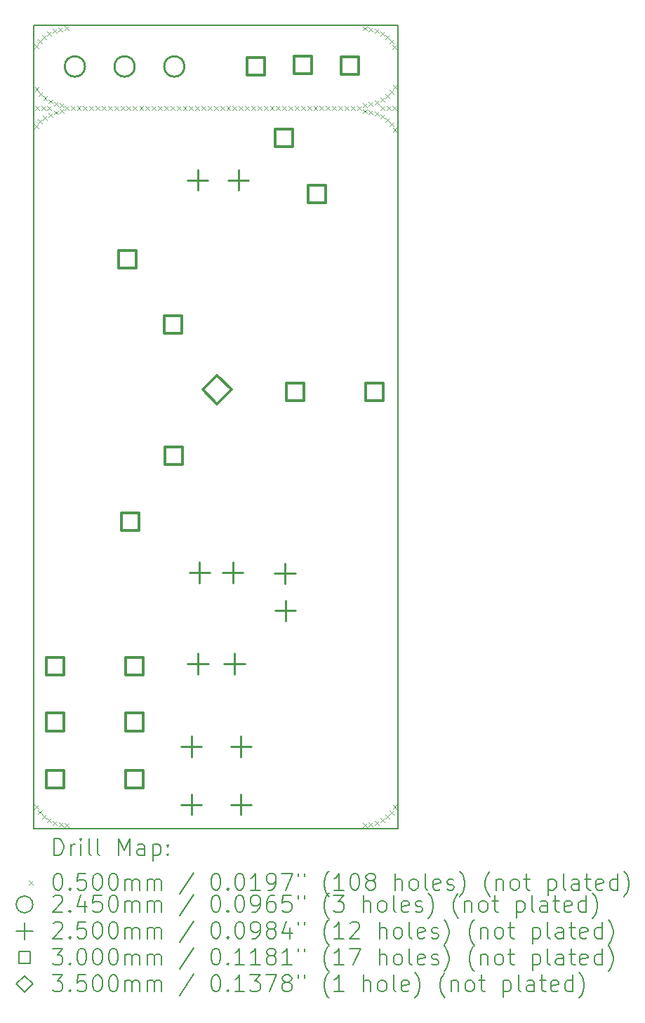
<source format=gbr>
%FSLAX45Y45*%
G04 Gerber Fmt 4.5, Leading zero omitted, Abs format (unit mm)*
G04 Created by KiCad (PCBNEW (6.0.4-0)) date 2022-07-20 07:57:26*
%MOMM*%
%LPD*%
G01*
G04 APERTURE LIST*
%TA.AperFunction,Profile*%
%ADD10C,0.150000*%
%TD*%
%ADD11C,0.200000*%
%ADD12C,0.050000*%
%ADD13C,0.245000*%
%ADD14C,0.250000*%
%ADD15C,0.300000*%
%ADD16C,0.350000*%
G04 APERTURE END LIST*
D10*
X10000000Y-5700000D02*
X14400000Y-5700000D01*
X14400000Y-5700000D02*
X14400000Y-15400000D01*
X14400000Y-15400000D02*
X10000000Y-15400000D01*
X10000000Y-15400000D02*
X10000000Y-5700000D01*
D11*
D12*
X10013000Y-5935000D02*
X10063000Y-5985000D01*
X10063000Y-5935000D02*
X10013000Y-5985000D01*
X10015000Y-6898000D02*
X10065000Y-6948000D01*
X10065000Y-6898000D02*
X10015000Y-6948000D01*
X10016000Y-15111000D02*
X10066000Y-15161000D01*
X10066000Y-15111000D02*
X10016000Y-15161000D01*
X10017000Y-6448000D02*
X10067000Y-6498000D01*
X10067000Y-6448000D02*
X10017000Y-6498000D01*
X10020000Y-6675000D02*
X10070000Y-6725000D01*
X10070000Y-6675000D02*
X10020000Y-6725000D01*
X10054000Y-5873000D02*
X10104000Y-5923000D01*
X10104000Y-5873000D02*
X10054000Y-5923000D01*
X10056000Y-6836000D02*
X10106000Y-6886000D01*
X10106000Y-6836000D02*
X10056000Y-6886000D01*
X10057000Y-15173000D02*
X10107000Y-15223000D01*
X10107000Y-15173000D02*
X10057000Y-15223000D01*
X10063000Y-6505000D02*
X10113000Y-6555000D01*
X10113000Y-6505000D02*
X10063000Y-6555000D01*
X10094000Y-6675000D02*
X10144000Y-6725000D01*
X10144000Y-6675000D02*
X10094000Y-6725000D01*
X10105000Y-5821000D02*
X10155000Y-5871000D01*
X10155000Y-5821000D02*
X10105000Y-5871000D01*
X10108000Y-15225000D02*
X10158000Y-15275000D01*
X10158000Y-15225000D02*
X10108000Y-15275000D01*
X10115000Y-6792000D02*
X10165000Y-6842000D01*
X10165000Y-6792000D02*
X10115000Y-6842000D01*
X10118000Y-6556000D02*
X10168000Y-6606000D01*
X10168000Y-6556000D02*
X10118000Y-6606000D01*
X10163000Y-5776000D02*
X10213000Y-5826000D01*
X10213000Y-5776000D02*
X10163000Y-5826000D01*
X10166000Y-15270000D02*
X10216000Y-15320000D01*
X10216000Y-15270000D02*
X10166000Y-15320000D01*
X10167000Y-6675000D02*
X10217000Y-6725000D01*
X10217000Y-6675000D02*
X10167000Y-6725000D01*
X10179000Y-6758000D02*
X10229000Y-6808000D01*
X10229000Y-6758000D02*
X10179000Y-6808000D01*
X10180000Y-6596000D02*
X10230000Y-6646000D01*
X10230000Y-6596000D02*
X10180000Y-6646000D01*
X10231000Y-5745000D02*
X10281000Y-5795000D01*
X10281000Y-5745000D02*
X10231000Y-5795000D01*
X10234000Y-15301000D02*
X10284000Y-15351000D01*
X10284000Y-15301000D02*
X10234000Y-15351000D01*
X10247000Y-6623000D02*
X10297000Y-6673000D01*
X10297000Y-6623000D02*
X10247000Y-6673000D01*
X10247000Y-6732000D02*
X10297000Y-6782000D01*
X10297000Y-6732000D02*
X10247000Y-6782000D01*
X10303000Y-5728000D02*
X10353000Y-5778000D01*
X10353000Y-5728000D02*
X10303000Y-5778000D01*
X10306000Y-15318000D02*
X10356000Y-15368000D01*
X10356000Y-15318000D02*
X10306000Y-15368000D01*
X10316000Y-6714000D02*
X10366000Y-6764000D01*
X10366000Y-6714000D02*
X10316000Y-6764000D01*
X10317000Y-6640000D02*
X10367000Y-6690000D01*
X10367000Y-6640000D02*
X10317000Y-6690000D01*
X10375000Y-5714000D02*
X10425000Y-5764000D01*
X10425000Y-5714000D02*
X10375000Y-5764000D01*
X10377000Y-6677000D02*
X10427000Y-6727000D01*
X10427000Y-6677000D02*
X10377000Y-6727000D01*
X10378000Y-15332000D02*
X10428000Y-15382000D01*
X10428000Y-15332000D02*
X10378000Y-15382000D01*
X10450000Y-6676000D02*
X10500000Y-6726000D01*
X10500000Y-6676000D02*
X10450000Y-6726000D01*
X10525000Y-6676000D02*
X10575000Y-6726000D01*
X10575000Y-6676000D02*
X10525000Y-6726000D01*
X10600000Y-6676000D02*
X10650000Y-6726000D01*
X10650000Y-6676000D02*
X10600000Y-6726000D01*
X10675000Y-6675000D02*
X10725000Y-6725000D01*
X10725000Y-6675000D02*
X10675000Y-6725000D01*
X10750000Y-6675000D02*
X10800000Y-6725000D01*
X10800000Y-6675000D02*
X10750000Y-6725000D01*
X10825000Y-6675000D02*
X10875000Y-6725000D01*
X10875000Y-6675000D02*
X10825000Y-6725000D01*
X10900000Y-6675000D02*
X10950000Y-6725000D01*
X10950000Y-6675000D02*
X10900000Y-6725000D01*
X10975000Y-6676000D02*
X11025000Y-6726000D01*
X11025000Y-6676000D02*
X10975000Y-6726000D01*
X11050000Y-6676000D02*
X11100000Y-6726000D01*
X11100000Y-6676000D02*
X11050000Y-6726000D01*
X11125000Y-6676000D02*
X11175000Y-6726000D01*
X11175000Y-6676000D02*
X11125000Y-6726000D01*
X11200000Y-6676000D02*
X11250000Y-6726000D01*
X11250000Y-6676000D02*
X11200000Y-6726000D01*
X11278000Y-6678000D02*
X11328000Y-6728000D01*
X11328000Y-6678000D02*
X11278000Y-6728000D01*
X11353000Y-6678000D02*
X11403000Y-6728000D01*
X11403000Y-6678000D02*
X11353000Y-6728000D01*
X11428000Y-6678000D02*
X11478000Y-6728000D01*
X11478000Y-6678000D02*
X11428000Y-6728000D01*
X11503000Y-6678000D02*
X11553000Y-6728000D01*
X11553000Y-6678000D02*
X11503000Y-6728000D01*
X11578000Y-6679000D02*
X11628000Y-6729000D01*
X11628000Y-6679000D02*
X11578000Y-6729000D01*
X11653000Y-6679000D02*
X11703000Y-6729000D01*
X11703000Y-6679000D02*
X11653000Y-6729000D01*
X11728000Y-6679000D02*
X11778000Y-6729000D01*
X11778000Y-6679000D02*
X11728000Y-6729000D01*
X11803000Y-6679000D02*
X11853000Y-6729000D01*
X11853000Y-6679000D02*
X11803000Y-6729000D01*
X11878000Y-6678000D02*
X11928000Y-6728000D01*
X11928000Y-6678000D02*
X11878000Y-6728000D01*
X11953000Y-6678000D02*
X12003000Y-6728000D01*
X12003000Y-6678000D02*
X11953000Y-6728000D01*
X12028000Y-6678000D02*
X12078000Y-6728000D01*
X12078000Y-6678000D02*
X12028000Y-6728000D01*
X12103000Y-6678000D02*
X12153000Y-6728000D01*
X12153000Y-6678000D02*
X12103000Y-6728000D01*
X12178000Y-6679000D02*
X12228000Y-6729000D01*
X12228000Y-6679000D02*
X12178000Y-6729000D01*
X12253000Y-6679000D02*
X12303000Y-6729000D01*
X12303000Y-6679000D02*
X12253000Y-6729000D01*
X12328000Y-6679000D02*
X12378000Y-6729000D01*
X12378000Y-6679000D02*
X12328000Y-6729000D01*
X12403000Y-6679000D02*
X12453000Y-6729000D01*
X12453000Y-6679000D02*
X12403000Y-6729000D01*
X12478000Y-6677000D02*
X12528000Y-6727000D01*
X12528000Y-6677000D02*
X12478000Y-6727000D01*
X12553000Y-6677000D02*
X12603000Y-6727000D01*
X12603000Y-6677000D02*
X12553000Y-6727000D01*
X12628000Y-6677000D02*
X12678000Y-6727000D01*
X12678000Y-6677000D02*
X12628000Y-6727000D01*
X12703000Y-6677000D02*
X12753000Y-6727000D01*
X12753000Y-6677000D02*
X12703000Y-6727000D01*
X12778000Y-6678000D02*
X12828000Y-6728000D01*
X12828000Y-6678000D02*
X12778000Y-6728000D01*
X12853000Y-6678000D02*
X12903000Y-6728000D01*
X12903000Y-6678000D02*
X12853000Y-6728000D01*
X12928000Y-6678000D02*
X12978000Y-6728000D01*
X12978000Y-6678000D02*
X12928000Y-6728000D01*
X13003000Y-6678000D02*
X13053000Y-6728000D01*
X13053000Y-6678000D02*
X13003000Y-6728000D01*
X13078000Y-6677000D02*
X13128000Y-6727000D01*
X13128000Y-6677000D02*
X13078000Y-6727000D01*
X13153000Y-6677000D02*
X13203000Y-6727000D01*
X13203000Y-6677000D02*
X13153000Y-6727000D01*
X13228000Y-6677000D02*
X13278000Y-6727000D01*
X13278000Y-6677000D02*
X13228000Y-6727000D01*
X13303000Y-6677000D02*
X13353000Y-6727000D01*
X13353000Y-6677000D02*
X13303000Y-6727000D01*
X13378000Y-6678000D02*
X13428000Y-6728000D01*
X13428000Y-6678000D02*
X13378000Y-6728000D01*
X13453000Y-6678000D02*
X13503000Y-6728000D01*
X13503000Y-6678000D02*
X13453000Y-6728000D01*
X13528000Y-6678000D02*
X13578000Y-6728000D01*
X13578000Y-6678000D02*
X13528000Y-6728000D01*
X13603000Y-6678000D02*
X13653000Y-6728000D01*
X13653000Y-6678000D02*
X13603000Y-6728000D01*
X13681000Y-6680000D02*
X13731000Y-6730000D01*
X13731000Y-6680000D02*
X13681000Y-6730000D01*
X13756000Y-6680000D02*
X13806000Y-6730000D01*
X13806000Y-6680000D02*
X13756000Y-6730000D01*
X13831000Y-6680000D02*
X13881000Y-6730000D01*
X13881000Y-6680000D02*
X13831000Y-6730000D01*
X13906000Y-6680000D02*
X13956000Y-6730000D01*
X13956000Y-6680000D02*
X13906000Y-6730000D01*
X13972000Y-5716000D02*
X14022000Y-5766000D01*
X14022000Y-5716000D02*
X13972000Y-5766000D01*
X13973000Y-6715000D02*
X14023000Y-6765000D01*
X14023000Y-6715000D02*
X13973000Y-6765000D01*
X13973000Y-15333000D02*
X14023000Y-15383000D01*
X14023000Y-15333000D02*
X13973000Y-15383000D01*
X13974000Y-6640000D02*
X14024000Y-6690000D01*
X14024000Y-6640000D02*
X13974000Y-6690000D01*
X14044000Y-5730000D02*
X14094000Y-5780000D01*
X14094000Y-5730000D02*
X14044000Y-5780000D01*
X14045000Y-6729000D02*
X14095000Y-6779000D01*
X14095000Y-6729000D02*
X14045000Y-6779000D01*
X14045000Y-15319000D02*
X14095000Y-15369000D01*
X14095000Y-15319000D02*
X14045000Y-15369000D01*
X14046000Y-6626000D02*
X14096000Y-6676000D01*
X14096000Y-6626000D02*
X14046000Y-6676000D01*
X14116000Y-5747000D02*
X14166000Y-5797000D01*
X14166000Y-5747000D02*
X14116000Y-5797000D01*
X14117000Y-6746000D02*
X14167000Y-6796000D01*
X14167000Y-6746000D02*
X14117000Y-6796000D01*
X14117000Y-15302000D02*
X14167000Y-15352000D01*
X14167000Y-15302000D02*
X14117000Y-15352000D01*
X14118000Y-6609000D02*
X14168000Y-6659000D01*
X14168000Y-6609000D02*
X14118000Y-6659000D01*
X14184000Y-5778000D02*
X14234000Y-5828000D01*
X14234000Y-5778000D02*
X14184000Y-5828000D01*
X14185000Y-6777000D02*
X14235000Y-6827000D01*
X14235000Y-6777000D02*
X14185000Y-6827000D01*
X14185000Y-15271000D02*
X14235000Y-15321000D01*
X14235000Y-15271000D02*
X14185000Y-15321000D01*
X14186000Y-6578000D02*
X14236000Y-6628000D01*
X14236000Y-6578000D02*
X14186000Y-6628000D01*
X14187000Y-6677000D02*
X14237000Y-6727000D01*
X14237000Y-6677000D02*
X14187000Y-6727000D01*
X14242000Y-5823000D02*
X14292000Y-5873000D01*
X14292000Y-5823000D02*
X14242000Y-5873000D01*
X14243000Y-6822000D02*
X14293000Y-6872000D01*
X14293000Y-6822000D02*
X14243000Y-6872000D01*
X14243000Y-15226000D02*
X14293000Y-15276000D01*
X14293000Y-15226000D02*
X14243000Y-15276000D01*
X14244000Y-6533000D02*
X14294000Y-6583000D01*
X14294000Y-6533000D02*
X14244000Y-6583000D01*
X14261000Y-6677000D02*
X14311000Y-6727000D01*
X14311000Y-6677000D02*
X14261000Y-6727000D01*
X14293000Y-5875000D02*
X14343000Y-5925000D01*
X14343000Y-5875000D02*
X14293000Y-5925000D01*
X14294000Y-6874000D02*
X14344000Y-6924000D01*
X14344000Y-6874000D02*
X14294000Y-6924000D01*
X14294000Y-15174000D02*
X14344000Y-15224000D01*
X14344000Y-15174000D02*
X14294000Y-15224000D01*
X14295000Y-6481000D02*
X14345000Y-6531000D01*
X14345000Y-6481000D02*
X14295000Y-6531000D01*
X14334000Y-5937000D02*
X14384000Y-5987000D01*
X14384000Y-5937000D02*
X14334000Y-5987000D01*
X14334000Y-6675000D02*
X14384000Y-6725000D01*
X14384000Y-6675000D02*
X14334000Y-6725000D01*
X14335000Y-6936000D02*
X14385000Y-6986000D01*
X14385000Y-6936000D02*
X14335000Y-6986000D01*
X14335000Y-15112000D02*
X14385000Y-15162000D01*
X14385000Y-15112000D02*
X14335000Y-15162000D01*
X14336000Y-6419000D02*
X14386000Y-6469000D01*
X14386000Y-6419000D02*
X14336000Y-6469000D01*
D13*
X10622500Y-6200000D02*
G75*
G03*
X10622500Y-6200000I-122500J0D01*
G01*
X11222500Y-6200000D02*
G75*
G03*
X11222500Y-6200000I-122500J0D01*
G01*
X11822500Y-6200000D02*
G75*
G03*
X11822500Y-6200000I-122500J0D01*
G01*
D14*
X11905000Y-14280000D02*
X11905000Y-14530000D01*
X11780000Y-14405000D02*
X12030000Y-14405000D01*
X11905000Y-14980000D02*
X11905000Y-15230000D01*
X11780000Y-15105000D02*
X12030000Y-15105000D01*
X11980922Y-7446048D02*
X11980922Y-7696048D01*
X11855922Y-7571048D02*
X12105922Y-7571048D01*
X11985000Y-13280000D02*
X11985000Y-13530000D01*
X11860000Y-13405000D02*
X12110000Y-13405000D01*
X12005000Y-12180000D02*
X12005000Y-12430000D01*
X11880000Y-12305000D02*
X12130000Y-12305000D01*
X12405000Y-12180000D02*
X12405000Y-12430000D01*
X12280000Y-12305000D02*
X12530000Y-12305000D01*
X12425000Y-13280000D02*
X12425000Y-13530000D01*
X12300000Y-13405000D02*
X12550000Y-13405000D01*
X12472666Y-7446048D02*
X12472666Y-7696048D01*
X12347666Y-7571048D02*
X12597666Y-7571048D01*
X12505000Y-14280000D02*
X12505000Y-14530000D01*
X12380000Y-14405000D02*
X12630000Y-14405000D01*
X12505000Y-14980000D02*
X12505000Y-15230000D01*
X12380000Y-15105000D02*
X12630000Y-15105000D01*
X13036850Y-12194100D02*
X13036850Y-12444100D01*
X12911850Y-12319100D02*
X13161850Y-12319100D01*
X13039390Y-12641140D02*
X13039390Y-12891140D01*
X12914390Y-12766140D02*
X13164390Y-12766140D01*
D15*
X10366067Y-13546067D02*
X10366067Y-13333933D01*
X10153933Y-13333933D01*
X10153933Y-13546067D01*
X10366067Y-13546067D01*
X10366067Y-14216067D02*
X10366067Y-14003933D01*
X10153933Y-14003933D01*
X10153933Y-14216067D01*
X10366067Y-14216067D01*
X10366067Y-14906067D02*
X10366067Y-14693933D01*
X10153933Y-14693933D01*
X10153933Y-14906067D01*
X10366067Y-14906067D01*
X11236067Y-8632067D02*
X11236067Y-8419933D01*
X11023933Y-8419933D01*
X11023933Y-8632067D01*
X11236067Y-8632067D01*
X11272067Y-11796067D02*
X11272067Y-11583933D01*
X11059933Y-11583933D01*
X11059933Y-11796067D01*
X11272067Y-11796067D01*
X11326067Y-13546067D02*
X11326067Y-13333933D01*
X11113933Y-13333933D01*
X11113933Y-13546067D01*
X11326067Y-13546067D01*
X11326067Y-14216067D02*
X11326067Y-14003933D01*
X11113933Y-14003933D01*
X11113933Y-14216067D01*
X11326067Y-14216067D01*
X11326067Y-14906067D02*
X11326067Y-14693933D01*
X11113933Y-14693933D01*
X11113933Y-14906067D01*
X11326067Y-14906067D01*
X11793067Y-9418067D02*
X11793067Y-9205933D01*
X11580933Y-9205933D01*
X11580933Y-9418067D01*
X11793067Y-9418067D01*
X11796067Y-11005067D02*
X11796067Y-10792933D01*
X11583933Y-10792933D01*
X11583933Y-11005067D01*
X11796067Y-11005067D01*
X12790067Y-6302067D02*
X12790067Y-6089933D01*
X12577933Y-6089933D01*
X12577933Y-6302067D01*
X12790067Y-6302067D01*
X13126067Y-7164067D02*
X13126067Y-6951933D01*
X12913933Y-6951933D01*
X12913933Y-7164067D01*
X13126067Y-7164067D01*
X13263067Y-10232067D02*
X13263067Y-10019933D01*
X13050933Y-10019933D01*
X13050933Y-10232067D01*
X13263067Y-10232067D01*
X13354067Y-6290067D02*
X13354067Y-6077933D01*
X13141933Y-6077933D01*
X13141933Y-6290067D01*
X13354067Y-6290067D01*
X13523067Y-7845067D02*
X13523067Y-7632933D01*
X13310933Y-7632933D01*
X13310933Y-7845067D01*
X13523067Y-7845067D01*
X13924067Y-6296067D02*
X13924067Y-6083933D01*
X13711933Y-6083933D01*
X13711933Y-6296067D01*
X13924067Y-6296067D01*
X14223067Y-10232067D02*
X14223067Y-10019933D01*
X14010933Y-10019933D01*
X14010933Y-10232067D01*
X14223067Y-10232067D01*
D16*
X12215000Y-10274000D02*
X12390000Y-10099000D01*
X12215000Y-9924000D01*
X12040000Y-10099000D01*
X12215000Y-10274000D01*
D11*
X10250119Y-15717976D02*
X10250119Y-15517976D01*
X10297738Y-15517976D01*
X10326310Y-15527500D01*
X10345357Y-15546548D01*
X10354881Y-15565595D01*
X10364405Y-15603690D01*
X10364405Y-15632262D01*
X10354881Y-15670357D01*
X10345357Y-15689405D01*
X10326310Y-15708452D01*
X10297738Y-15717976D01*
X10250119Y-15717976D01*
X10450119Y-15717976D02*
X10450119Y-15584643D01*
X10450119Y-15622738D02*
X10459643Y-15603690D01*
X10469167Y-15594167D01*
X10488214Y-15584643D01*
X10507262Y-15584643D01*
X10573929Y-15717976D02*
X10573929Y-15584643D01*
X10573929Y-15517976D02*
X10564405Y-15527500D01*
X10573929Y-15537024D01*
X10583452Y-15527500D01*
X10573929Y-15517976D01*
X10573929Y-15537024D01*
X10697738Y-15717976D02*
X10678690Y-15708452D01*
X10669167Y-15689405D01*
X10669167Y-15517976D01*
X10802500Y-15717976D02*
X10783452Y-15708452D01*
X10773929Y-15689405D01*
X10773929Y-15517976D01*
X11031071Y-15717976D02*
X11031071Y-15517976D01*
X11097738Y-15660833D01*
X11164405Y-15517976D01*
X11164405Y-15717976D01*
X11345357Y-15717976D02*
X11345357Y-15613214D01*
X11335833Y-15594167D01*
X11316786Y-15584643D01*
X11278690Y-15584643D01*
X11259643Y-15594167D01*
X11345357Y-15708452D02*
X11326309Y-15717976D01*
X11278690Y-15717976D01*
X11259643Y-15708452D01*
X11250119Y-15689405D01*
X11250119Y-15670357D01*
X11259643Y-15651309D01*
X11278690Y-15641786D01*
X11326309Y-15641786D01*
X11345357Y-15632262D01*
X11440595Y-15584643D02*
X11440595Y-15784643D01*
X11440595Y-15594167D02*
X11459643Y-15584643D01*
X11497738Y-15584643D01*
X11516786Y-15594167D01*
X11526309Y-15603690D01*
X11535833Y-15622738D01*
X11535833Y-15679881D01*
X11526309Y-15698928D01*
X11516786Y-15708452D01*
X11497738Y-15717976D01*
X11459643Y-15717976D01*
X11440595Y-15708452D01*
X11621548Y-15698928D02*
X11631071Y-15708452D01*
X11621548Y-15717976D01*
X11612024Y-15708452D01*
X11621548Y-15698928D01*
X11621548Y-15717976D01*
X11621548Y-15594167D02*
X11631071Y-15603690D01*
X11621548Y-15613214D01*
X11612024Y-15603690D01*
X11621548Y-15594167D01*
X11621548Y-15613214D01*
D12*
X9942500Y-16022500D02*
X9992500Y-16072500D01*
X9992500Y-16022500D02*
X9942500Y-16072500D01*
D11*
X10288214Y-15937976D02*
X10307262Y-15937976D01*
X10326310Y-15947500D01*
X10335833Y-15957024D01*
X10345357Y-15976071D01*
X10354881Y-16014167D01*
X10354881Y-16061786D01*
X10345357Y-16099881D01*
X10335833Y-16118928D01*
X10326310Y-16128452D01*
X10307262Y-16137976D01*
X10288214Y-16137976D01*
X10269167Y-16128452D01*
X10259643Y-16118928D01*
X10250119Y-16099881D01*
X10240595Y-16061786D01*
X10240595Y-16014167D01*
X10250119Y-15976071D01*
X10259643Y-15957024D01*
X10269167Y-15947500D01*
X10288214Y-15937976D01*
X10440595Y-16118928D02*
X10450119Y-16128452D01*
X10440595Y-16137976D01*
X10431071Y-16128452D01*
X10440595Y-16118928D01*
X10440595Y-16137976D01*
X10631071Y-15937976D02*
X10535833Y-15937976D01*
X10526310Y-16033214D01*
X10535833Y-16023690D01*
X10554881Y-16014167D01*
X10602500Y-16014167D01*
X10621548Y-16023690D01*
X10631071Y-16033214D01*
X10640595Y-16052262D01*
X10640595Y-16099881D01*
X10631071Y-16118928D01*
X10621548Y-16128452D01*
X10602500Y-16137976D01*
X10554881Y-16137976D01*
X10535833Y-16128452D01*
X10526310Y-16118928D01*
X10764405Y-15937976D02*
X10783452Y-15937976D01*
X10802500Y-15947500D01*
X10812024Y-15957024D01*
X10821548Y-15976071D01*
X10831071Y-16014167D01*
X10831071Y-16061786D01*
X10821548Y-16099881D01*
X10812024Y-16118928D01*
X10802500Y-16128452D01*
X10783452Y-16137976D01*
X10764405Y-16137976D01*
X10745357Y-16128452D01*
X10735833Y-16118928D01*
X10726310Y-16099881D01*
X10716786Y-16061786D01*
X10716786Y-16014167D01*
X10726310Y-15976071D01*
X10735833Y-15957024D01*
X10745357Y-15947500D01*
X10764405Y-15937976D01*
X10954881Y-15937976D02*
X10973929Y-15937976D01*
X10992976Y-15947500D01*
X11002500Y-15957024D01*
X11012024Y-15976071D01*
X11021548Y-16014167D01*
X11021548Y-16061786D01*
X11012024Y-16099881D01*
X11002500Y-16118928D01*
X10992976Y-16128452D01*
X10973929Y-16137976D01*
X10954881Y-16137976D01*
X10935833Y-16128452D01*
X10926310Y-16118928D01*
X10916786Y-16099881D01*
X10907262Y-16061786D01*
X10907262Y-16014167D01*
X10916786Y-15976071D01*
X10926310Y-15957024D01*
X10935833Y-15947500D01*
X10954881Y-15937976D01*
X11107262Y-16137976D02*
X11107262Y-16004643D01*
X11107262Y-16023690D02*
X11116786Y-16014167D01*
X11135833Y-16004643D01*
X11164405Y-16004643D01*
X11183452Y-16014167D01*
X11192976Y-16033214D01*
X11192976Y-16137976D01*
X11192976Y-16033214D02*
X11202500Y-16014167D01*
X11221548Y-16004643D01*
X11250119Y-16004643D01*
X11269167Y-16014167D01*
X11278690Y-16033214D01*
X11278690Y-16137976D01*
X11373928Y-16137976D02*
X11373928Y-16004643D01*
X11373928Y-16023690D02*
X11383452Y-16014167D01*
X11402500Y-16004643D01*
X11431071Y-16004643D01*
X11450119Y-16014167D01*
X11459643Y-16033214D01*
X11459643Y-16137976D01*
X11459643Y-16033214D02*
X11469167Y-16014167D01*
X11488214Y-16004643D01*
X11516786Y-16004643D01*
X11535833Y-16014167D01*
X11545357Y-16033214D01*
X11545357Y-16137976D01*
X11935833Y-15928452D02*
X11764405Y-16185595D01*
X12192976Y-15937976D02*
X12212024Y-15937976D01*
X12231071Y-15947500D01*
X12240595Y-15957024D01*
X12250119Y-15976071D01*
X12259643Y-16014167D01*
X12259643Y-16061786D01*
X12250119Y-16099881D01*
X12240595Y-16118928D01*
X12231071Y-16128452D01*
X12212024Y-16137976D01*
X12192976Y-16137976D01*
X12173928Y-16128452D01*
X12164405Y-16118928D01*
X12154881Y-16099881D01*
X12145357Y-16061786D01*
X12145357Y-16014167D01*
X12154881Y-15976071D01*
X12164405Y-15957024D01*
X12173928Y-15947500D01*
X12192976Y-15937976D01*
X12345357Y-16118928D02*
X12354881Y-16128452D01*
X12345357Y-16137976D01*
X12335833Y-16128452D01*
X12345357Y-16118928D01*
X12345357Y-16137976D01*
X12478690Y-15937976D02*
X12497738Y-15937976D01*
X12516786Y-15947500D01*
X12526309Y-15957024D01*
X12535833Y-15976071D01*
X12545357Y-16014167D01*
X12545357Y-16061786D01*
X12535833Y-16099881D01*
X12526309Y-16118928D01*
X12516786Y-16128452D01*
X12497738Y-16137976D01*
X12478690Y-16137976D01*
X12459643Y-16128452D01*
X12450119Y-16118928D01*
X12440595Y-16099881D01*
X12431071Y-16061786D01*
X12431071Y-16014167D01*
X12440595Y-15976071D01*
X12450119Y-15957024D01*
X12459643Y-15947500D01*
X12478690Y-15937976D01*
X12735833Y-16137976D02*
X12621548Y-16137976D01*
X12678690Y-16137976D02*
X12678690Y-15937976D01*
X12659643Y-15966548D01*
X12640595Y-15985595D01*
X12621548Y-15995119D01*
X12831071Y-16137976D02*
X12869167Y-16137976D01*
X12888214Y-16128452D01*
X12897738Y-16118928D01*
X12916786Y-16090357D01*
X12926309Y-16052262D01*
X12926309Y-15976071D01*
X12916786Y-15957024D01*
X12907262Y-15947500D01*
X12888214Y-15937976D01*
X12850119Y-15937976D01*
X12831071Y-15947500D01*
X12821548Y-15957024D01*
X12812024Y-15976071D01*
X12812024Y-16023690D01*
X12821548Y-16042738D01*
X12831071Y-16052262D01*
X12850119Y-16061786D01*
X12888214Y-16061786D01*
X12907262Y-16052262D01*
X12916786Y-16042738D01*
X12926309Y-16023690D01*
X12992976Y-15937976D02*
X13126309Y-15937976D01*
X13040595Y-16137976D01*
X13192976Y-15937976D02*
X13192976Y-15976071D01*
X13269167Y-15937976D02*
X13269167Y-15976071D01*
X13564405Y-16214167D02*
X13554881Y-16204643D01*
X13535833Y-16176071D01*
X13526309Y-16157024D01*
X13516786Y-16128452D01*
X13507262Y-16080833D01*
X13507262Y-16042738D01*
X13516786Y-15995119D01*
X13526309Y-15966548D01*
X13535833Y-15947500D01*
X13554881Y-15918928D01*
X13564405Y-15909405D01*
X13745357Y-16137976D02*
X13631071Y-16137976D01*
X13688214Y-16137976D02*
X13688214Y-15937976D01*
X13669167Y-15966548D01*
X13650119Y-15985595D01*
X13631071Y-15995119D01*
X13869167Y-15937976D02*
X13888214Y-15937976D01*
X13907262Y-15947500D01*
X13916786Y-15957024D01*
X13926309Y-15976071D01*
X13935833Y-16014167D01*
X13935833Y-16061786D01*
X13926309Y-16099881D01*
X13916786Y-16118928D01*
X13907262Y-16128452D01*
X13888214Y-16137976D01*
X13869167Y-16137976D01*
X13850119Y-16128452D01*
X13840595Y-16118928D01*
X13831071Y-16099881D01*
X13821548Y-16061786D01*
X13821548Y-16014167D01*
X13831071Y-15976071D01*
X13840595Y-15957024D01*
X13850119Y-15947500D01*
X13869167Y-15937976D01*
X14050119Y-16023690D02*
X14031071Y-16014167D01*
X14021548Y-16004643D01*
X14012024Y-15985595D01*
X14012024Y-15976071D01*
X14021548Y-15957024D01*
X14031071Y-15947500D01*
X14050119Y-15937976D01*
X14088214Y-15937976D01*
X14107262Y-15947500D01*
X14116786Y-15957024D01*
X14126309Y-15976071D01*
X14126309Y-15985595D01*
X14116786Y-16004643D01*
X14107262Y-16014167D01*
X14088214Y-16023690D01*
X14050119Y-16023690D01*
X14031071Y-16033214D01*
X14021548Y-16042738D01*
X14012024Y-16061786D01*
X14012024Y-16099881D01*
X14021548Y-16118928D01*
X14031071Y-16128452D01*
X14050119Y-16137976D01*
X14088214Y-16137976D01*
X14107262Y-16128452D01*
X14116786Y-16118928D01*
X14126309Y-16099881D01*
X14126309Y-16061786D01*
X14116786Y-16042738D01*
X14107262Y-16033214D01*
X14088214Y-16023690D01*
X14364405Y-16137976D02*
X14364405Y-15937976D01*
X14450119Y-16137976D02*
X14450119Y-16033214D01*
X14440595Y-16014167D01*
X14421548Y-16004643D01*
X14392976Y-16004643D01*
X14373928Y-16014167D01*
X14364405Y-16023690D01*
X14573928Y-16137976D02*
X14554881Y-16128452D01*
X14545357Y-16118928D01*
X14535833Y-16099881D01*
X14535833Y-16042738D01*
X14545357Y-16023690D01*
X14554881Y-16014167D01*
X14573928Y-16004643D01*
X14602500Y-16004643D01*
X14621548Y-16014167D01*
X14631071Y-16023690D01*
X14640595Y-16042738D01*
X14640595Y-16099881D01*
X14631071Y-16118928D01*
X14621548Y-16128452D01*
X14602500Y-16137976D01*
X14573928Y-16137976D01*
X14754881Y-16137976D02*
X14735833Y-16128452D01*
X14726309Y-16109405D01*
X14726309Y-15937976D01*
X14907262Y-16128452D02*
X14888214Y-16137976D01*
X14850119Y-16137976D01*
X14831071Y-16128452D01*
X14821548Y-16109405D01*
X14821548Y-16033214D01*
X14831071Y-16014167D01*
X14850119Y-16004643D01*
X14888214Y-16004643D01*
X14907262Y-16014167D01*
X14916786Y-16033214D01*
X14916786Y-16052262D01*
X14821548Y-16071309D01*
X14992976Y-16128452D02*
X15012024Y-16137976D01*
X15050119Y-16137976D01*
X15069167Y-16128452D01*
X15078690Y-16109405D01*
X15078690Y-16099881D01*
X15069167Y-16080833D01*
X15050119Y-16071309D01*
X15021548Y-16071309D01*
X15002500Y-16061786D01*
X14992976Y-16042738D01*
X14992976Y-16033214D01*
X15002500Y-16014167D01*
X15021548Y-16004643D01*
X15050119Y-16004643D01*
X15069167Y-16014167D01*
X15145357Y-16214167D02*
X15154881Y-16204643D01*
X15173928Y-16176071D01*
X15183452Y-16157024D01*
X15192976Y-16128452D01*
X15202500Y-16080833D01*
X15202500Y-16042738D01*
X15192976Y-15995119D01*
X15183452Y-15966548D01*
X15173928Y-15947500D01*
X15154881Y-15918928D01*
X15145357Y-15909405D01*
X15507262Y-16214167D02*
X15497738Y-16204643D01*
X15478690Y-16176071D01*
X15469167Y-16157024D01*
X15459643Y-16128452D01*
X15450119Y-16080833D01*
X15450119Y-16042738D01*
X15459643Y-15995119D01*
X15469167Y-15966548D01*
X15478690Y-15947500D01*
X15497738Y-15918928D01*
X15507262Y-15909405D01*
X15583452Y-16004643D02*
X15583452Y-16137976D01*
X15583452Y-16023690D02*
X15592976Y-16014167D01*
X15612024Y-16004643D01*
X15640595Y-16004643D01*
X15659643Y-16014167D01*
X15669167Y-16033214D01*
X15669167Y-16137976D01*
X15792976Y-16137976D02*
X15773928Y-16128452D01*
X15764405Y-16118928D01*
X15754881Y-16099881D01*
X15754881Y-16042738D01*
X15764405Y-16023690D01*
X15773928Y-16014167D01*
X15792976Y-16004643D01*
X15821548Y-16004643D01*
X15840595Y-16014167D01*
X15850119Y-16023690D01*
X15859643Y-16042738D01*
X15859643Y-16099881D01*
X15850119Y-16118928D01*
X15840595Y-16128452D01*
X15821548Y-16137976D01*
X15792976Y-16137976D01*
X15916786Y-16004643D02*
X15992976Y-16004643D01*
X15945357Y-15937976D02*
X15945357Y-16109405D01*
X15954881Y-16128452D01*
X15973928Y-16137976D01*
X15992976Y-16137976D01*
X16212024Y-16004643D02*
X16212024Y-16204643D01*
X16212024Y-16014167D02*
X16231071Y-16004643D01*
X16269167Y-16004643D01*
X16288214Y-16014167D01*
X16297738Y-16023690D01*
X16307262Y-16042738D01*
X16307262Y-16099881D01*
X16297738Y-16118928D01*
X16288214Y-16128452D01*
X16269167Y-16137976D01*
X16231071Y-16137976D01*
X16212024Y-16128452D01*
X16421548Y-16137976D02*
X16402500Y-16128452D01*
X16392976Y-16109405D01*
X16392976Y-15937976D01*
X16583452Y-16137976D02*
X16583452Y-16033214D01*
X16573928Y-16014167D01*
X16554881Y-16004643D01*
X16516786Y-16004643D01*
X16497738Y-16014167D01*
X16583452Y-16128452D02*
X16564405Y-16137976D01*
X16516786Y-16137976D01*
X16497738Y-16128452D01*
X16488214Y-16109405D01*
X16488214Y-16090357D01*
X16497738Y-16071309D01*
X16516786Y-16061786D01*
X16564405Y-16061786D01*
X16583452Y-16052262D01*
X16650119Y-16004643D02*
X16726309Y-16004643D01*
X16678690Y-15937976D02*
X16678690Y-16109405D01*
X16688214Y-16128452D01*
X16707262Y-16137976D01*
X16726309Y-16137976D01*
X16869167Y-16128452D02*
X16850119Y-16137976D01*
X16812024Y-16137976D01*
X16792976Y-16128452D01*
X16783452Y-16109405D01*
X16783452Y-16033214D01*
X16792976Y-16014167D01*
X16812024Y-16004643D01*
X16850119Y-16004643D01*
X16869167Y-16014167D01*
X16878690Y-16033214D01*
X16878690Y-16052262D01*
X16783452Y-16071309D01*
X17050119Y-16137976D02*
X17050119Y-15937976D01*
X17050119Y-16128452D02*
X17031071Y-16137976D01*
X16992976Y-16137976D01*
X16973929Y-16128452D01*
X16964405Y-16118928D01*
X16954881Y-16099881D01*
X16954881Y-16042738D01*
X16964405Y-16023690D01*
X16973929Y-16014167D01*
X16992976Y-16004643D01*
X17031071Y-16004643D01*
X17050119Y-16014167D01*
X17126310Y-16214167D02*
X17135833Y-16204643D01*
X17154881Y-16176071D01*
X17164405Y-16157024D01*
X17173929Y-16128452D01*
X17183452Y-16080833D01*
X17183452Y-16042738D01*
X17173929Y-15995119D01*
X17164405Y-15966548D01*
X17154881Y-15947500D01*
X17135833Y-15918928D01*
X17126310Y-15909405D01*
X9992500Y-16311500D02*
G75*
G03*
X9992500Y-16311500I-100000J0D01*
G01*
X10240595Y-16221024D02*
X10250119Y-16211500D01*
X10269167Y-16201976D01*
X10316786Y-16201976D01*
X10335833Y-16211500D01*
X10345357Y-16221024D01*
X10354881Y-16240071D01*
X10354881Y-16259119D01*
X10345357Y-16287690D01*
X10231071Y-16401976D01*
X10354881Y-16401976D01*
X10440595Y-16382928D02*
X10450119Y-16392452D01*
X10440595Y-16401976D01*
X10431071Y-16392452D01*
X10440595Y-16382928D01*
X10440595Y-16401976D01*
X10621548Y-16268643D02*
X10621548Y-16401976D01*
X10573929Y-16192452D02*
X10526310Y-16335309D01*
X10650119Y-16335309D01*
X10821548Y-16201976D02*
X10726310Y-16201976D01*
X10716786Y-16297214D01*
X10726310Y-16287690D01*
X10745357Y-16278167D01*
X10792976Y-16278167D01*
X10812024Y-16287690D01*
X10821548Y-16297214D01*
X10831071Y-16316262D01*
X10831071Y-16363881D01*
X10821548Y-16382928D01*
X10812024Y-16392452D01*
X10792976Y-16401976D01*
X10745357Y-16401976D01*
X10726310Y-16392452D01*
X10716786Y-16382928D01*
X10954881Y-16201976D02*
X10973929Y-16201976D01*
X10992976Y-16211500D01*
X11002500Y-16221024D01*
X11012024Y-16240071D01*
X11021548Y-16278167D01*
X11021548Y-16325786D01*
X11012024Y-16363881D01*
X11002500Y-16382928D01*
X10992976Y-16392452D01*
X10973929Y-16401976D01*
X10954881Y-16401976D01*
X10935833Y-16392452D01*
X10926310Y-16382928D01*
X10916786Y-16363881D01*
X10907262Y-16325786D01*
X10907262Y-16278167D01*
X10916786Y-16240071D01*
X10926310Y-16221024D01*
X10935833Y-16211500D01*
X10954881Y-16201976D01*
X11107262Y-16401976D02*
X11107262Y-16268643D01*
X11107262Y-16287690D02*
X11116786Y-16278167D01*
X11135833Y-16268643D01*
X11164405Y-16268643D01*
X11183452Y-16278167D01*
X11192976Y-16297214D01*
X11192976Y-16401976D01*
X11192976Y-16297214D02*
X11202500Y-16278167D01*
X11221548Y-16268643D01*
X11250119Y-16268643D01*
X11269167Y-16278167D01*
X11278690Y-16297214D01*
X11278690Y-16401976D01*
X11373928Y-16401976D02*
X11373928Y-16268643D01*
X11373928Y-16287690D02*
X11383452Y-16278167D01*
X11402500Y-16268643D01*
X11431071Y-16268643D01*
X11450119Y-16278167D01*
X11459643Y-16297214D01*
X11459643Y-16401976D01*
X11459643Y-16297214D02*
X11469167Y-16278167D01*
X11488214Y-16268643D01*
X11516786Y-16268643D01*
X11535833Y-16278167D01*
X11545357Y-16297214D01*
X11545357Y-16401976D01*
X11935833Y-16192452D02*
X11764405Y-16449595D01*
X12192976Y-16201976D02*
X12212024Y-16201976D01*
X12231071Y-16211500D01*
X12240595Y-16221024D01*
X12250119Y-16240071D01*
X12259643Y-16278167D01*
X12259643Y-16325786D01*
X12250119Y-16363881D01*
X12240595Y-16382928D01*
X12231071Y-16392452D01*
X12212024Y-16401976D01*
X12192976Y-16401976D01*
X12173928Y-16392452D01*
X12164405Y-16382928D01*
X12154881Y-16363881D01*
X12145357Y-16325786D01*
X12145357Y-16278167D01*
X12154881Y-16240071D01*
X12164405Y-16221024D01*
X12173928Y-16211500D01*
X12192976Y-16201976D01*
X12345357Y-16382928D02*
X12354881Y-16392452D01*
X12345357Y-16401976D01*
X12335833Y-16392452D01*
X12345357Y-16382928D01*
X12345357Y-16401976D01*
X12478690Y-16201976D02*
X12497738Y-16201976D01*
X12516786Y-16211500D01*
X12526309Y-16221024D01*
X12535833Y-16240071D01*
X12545357Y-16278167D01*
X12545357Y-16325786D01*
X12535833Y-16363881D01*
X12526309Y-16382928D01*
X12516786Y-16392452D01*
X12497738Y-16401976D01*
X12478690Y-16401976D01*
X12459643Y-16392452D01*
X12450119Y-16382928D01*
X12440595Y-16363881D01*
X12431071Y-16325786D01*
X12431071Y-16278167D01*
X12440595Y-16240071D01*
X12450119Y-16221024D01*
X12459643Y-16211500D01*
X12478690Y-16201976D01*
X12640595Y-16401976D02*
X12678690Y-16401976D01*
X12697738Y-16392452D01*
X12707262Y-16382928D01*
X12726309Y-16354357D01*
X12735833Y-16316262D01*
X12735833Y-16240071D01*
X12726309Y-16221024D01*
X12716786Y-16211500D01*
X12697738Y-16201976D01*
X12659643Y-16201976D01*
X12640595Y-16211500D01*
X12631071Y-16221024D01*
X12621548Y-16240071D01*
X12621548Y-16287690D01*
X12631071Y-16306738D01*
X12640595Y-16316262D01*
X12659643Y-16325786D01*
X12697738Y-16325786D01*
X12716786Y-16316262D01*
X12726309Y-16306738D01*
X12735833Y-16287690D01*
X12907262Y-16201976D02*
X12869167Y-16201976D01*
X12850119Y-16211500D01*
X12840595Y-16221024D01*
X12821548Y-16249595D01*
X12812024Y-16287690D01*
X12812024Y-16363881D01*
X12821548Y-16382928D01*
X12831071Y-16392452D01*
X12850119Y-16401976D01*
X12888214Y-16401976D01*
X12907262Y-16392452D01*
X12916786Y-16382928D01*
X12926309Y-16363881D01*
X12926309Y-16316262D01*
X12916786Y-16297214D01*
X12907262Y-16287690D01*
X12888214Y-16278167D01*
X12850119Y-16278167D01*
X12831071Y-16287690D01*
X12821548Y-16297214D01*
X12812024Y-16316262D01*
X13107262Y-16201976D02*
X13012024Y-16201976D01*
X13002500Y-16297214D01*
X13012024Y-16287690D01*
X13031071Y-16278167D01*
X13078690Y-16278167D01*
X13097738Y-16287690D01*
X13107262Y-16297214D01*
X13116786Y-16316262D01*
X13116786Y-16363881D01*
X13107262Y-16382928D01*
X13097738Y-16392452D01*
X13078690Y-16401976D01*
X13031071Y-16401976D01*
X13012024Y-16392452D01*
X13002500Y-16382928D01*
X13192976Y-16201976D02*
X13192976Y-16240071D01*
X13269167Y-16201976D02*
X13269167Y-16240071D01*
X13564405Y-16478167D02*
X13554881Y-16468643D01*
X13535833Y-16440071D01*
X13526309Y-16421024D01*
X13516786Y-16392452D01*
X13507262Y-16344833D01*
X13507262Y-16306738D01*
X13516786Y-16259119D01*
X13526309Y-16230548D01*
X13535833Y-16211500D01*
X13554881Y-16182928D01*
X13564405Y-16173405D01*
X13621548Y-16201976D02*
X13745357Y-16201976D01*
X13678690Y-16278167D01*
X13707262Y-16278167D01*
X13726309Y-16287690D01*
X13735833Y-16297214D01*
X13745357Y-16316262D01*
X13745357Y-16363881D01*
X13735833Y-16382928D01*
X13726309Y-16392452D01*
X13707262Y-16401976D01*
X13650119Y-16401976D01*
X13631071Y-16392452D01*
X13621548Y-16382928D01*
X13983452Y-16401976D02*
X13983452Y-16201976D01*
X14069167Y-16401976D02*
X14069167Y-16297214D01*
X14059643Y-16278167D01*
X14040595Y-16268643D01*
X14012024Y-16268643D01*
X13992976Y-16278167D01*
X13983452Y-16287690D01*
X14192976Y-16401976D02*
X14173928Y-16392452D01*
X14164405Y-16382928D01*
X14154881Y-16363881D01*
X14154881Y-16306738D01*
X14164405Y-16287690D01*
X14173928Y-16278167D01*
X14192976Y-16268643D01*
X14221548Y-16268643D01*
X14240595Y-16278167D01*
X14250119Y-16287690D01*
X14259643Y-16306738D01*
X14259643Y-16363881D01*
X14250119Y-16382928D01*
X14240595Y-16392452D01*
X14221548Y-16401976D01*
X14192976Y-16401976D01*
X14373928Y-16401976D02*
X14354881Y-16392452D01*
X14345357Y-16373405D01*
X14345357Y-16201976D01*
X14526309Y-16392452D02*
X14507262Y-16401976D01*
X14469167Y-16401976D01*
X14450119Y-16392452D01*
X14440595Y-16373405D01*
X14440595Y-16297214D01*
X14450119Y-16278167D01*
X14469167Y-16268643D01*
X14507262Y-16268643D01*
X14526309Y-16278167D01*
X14535833Y-16297214D01*
X14535833Y-16316262D01*
X14440595Y-16335309D01*
X14612024Y-16392452D02*
X14631071Y-16401976D01*
X14669167Y-16401976D01*
X14688214Y-16392452D01*
X14697738Y-16373405D01*
X14697738Y-16363881D01*
X14688214Y-16344833D01*
X14669167Y-16335309D01*
X14640595Y-16335309D01*
X14621548Y-16325786D01*
X14612024Y-16306738D01*
X14612024Y-16297214D01*
X14621548Y-16278167D01*
X14640595Y-16268643D01*
X14669167Y-16268643D01*
X14688214Y-16278167D01*
X14764405Y-16478167D02*
X14773928Y-16468643D01*
X14792976Y-16440071D01*
X14802500Y-16421024D01*
X14812024Y-16392452D01*
X14821548Y-16344833D01*
X14821548Y-16306738D01*
X14812024Y-16259119D01*
X14802500Y-16230548D01*
X14792976Y-16211500D01*
X14773928Y-16182928D01*
X14764405Y-16173405D01*
X15126309Y-16478167D02*
X15116786Y-16468643D01*
X15097738Y-16440071D01*
X15088214Y-16421024D01*
X15078690Y-16392452D01*
X15069167Y-16344833D01*
X15069167Y-16306738D01*
X15078690Y-16259119D01*
X15088214Y-16230548D01*
X15097738Y-16211500D01*
X15116786Y-16182928D01*
X15126309Y-16173405D01*
X15202500Y-16268643D02*
X15202500Y-16401976D01*
X15202500Y-16287690D02*
X15212024Y-16278167D01*
X15231071Y-16268643D01*
X15259643Y-16268643D01*
X15278690Y-16278167D01*
X15288214Y-16297214D01*
X15288214Y-16401976D01*
X15412024Y-16401976D02*
X15392976Y-16392452D01*
X15383452Y-16382928D01*
X15373928Y-16363881D01*
X15373928Y-16306738D01*
X15383452Y-16287690D01*
X15392976Y-16278167D01*
X15412024Y-16268643D01*
X15440595Y-16268643D01*
X15459643Y-16278167D01*
X15469167Y-16287690D01*
X15478690Y-16306738D01*
X15478690Y-16363881D01*
X15469167Y-16382928D01*
X15459643Y-16392452D01*
X15440595Y-16401976D01*
X15412024Y-16401976D01*
X15535833Y-16268643D02*
X15612024Y-16268643D01*
X15564405Y-16201976D02*
X15564405Y-16373405D01*
X15573928Y-16392452D01*
X15592976Y-16401976D01*
X15612024Y-16401976D01*
X15831071Y-16268643D02*
X15831071Y-16468643D01*
X15831071Y-16278167D02*
X15850119Y-16268643D01*
X15888214Y-16268643D01*
X15907262Y-16278167D01*
X15916786Y-16287690D01*
X15926309Y-16306738D01*
X15926309Y-16363881D01*
X15916786Y-16382928D01*
X15907262Y-16392452D01*
X15888214Y-16401976D01*
X15850119Y-16401976D01*
X15831071Y-16392452D01*
X16040595Y-16401976D02*
X16021548Y-16392452D01*
X16012024Y-16373405D01*
X16012024Y-16201976D01*
X16202500Y-16401976D02*
X16202500Y-16297214D01*
X16192976Y-16278167D01*
X16173928Y-16268643D01*
X16135833Y-16268643D01*
X16116786Y-16278167D01*
X16202500Y-16392452D02*
X16183452Y-16401976D01*
X16135833Y-16401976D01*
X16116786Y-16392452D01*
X16107262Y-16373405D01*
X16107262Y-16354357D01*
X16116786Y-16335309D01*
X16135833Y-16325786D01*
X16183452Y-16325786D01*
X16202500Y-16316262D01*
X16269167Y-16268643D02*
X16345357Y-16268643D01*
X16297738Y-16201976D02*
X16297738Y-16373405D01*
X16307262Y-16392452D01*
X16326309Y-16401976D01*
X16345357Y-16401976D01*
X16488214Y-16392452D02*
X16469167Y-16401976D01*
X16431071Y-16401976D01*
X16412024Y-16392452D01*
X16402500Y-16373405D01*
X16402500Y-16297214D01*
X16412024Y-16278167D01*
X16431071Y-16268643D01*
X16469167Y-16268643D01*
X16488214Y-16278167D01*
X16497738Y-16297214D01*
X16497738Y-16316262D01*
X16402500Y-16335309D01*
X16669167Y-16401976D02*
X16669167Y-16201976D01*
X16669167Y-16392452D02*
X16650119Y-16401976D01*
X16612024Y-16401976D01*
X16592976Y-16392452D01*
X16583452Y-16382928D01*
X16573928Y-16363881D01*
X16573928Y-16306738D01*
X16583452Y-16287690D01*
X16592976Y-16278167D01*
X16612024Y-16268643D01*
X16650119Y-16268643D01*
X16669167Y-16278167D01*
X16745357Y-16478167D02*
X16754881Y-16468643D01*
X16773928Y-16440071D01*
X16783452Y-16421024D01*
X16792976Y-16392452D01*
X16802500Y-16344833D01*
X16802500Y-16306738D01*
X16792976Y-16259119D01*
X16783452Y-16230548D01*
X16773928Y-16211500D01*
X16754881Y-16182928D01*
X16745357Y-16173405D01*
X9892500Y-16531500D02*
X9892500Y-16731500D01*
X9792500Y-16631500D02*
X9992500Y-16631500D01*
X10240595Y-16541024D02*
X10250119Y-16531500D01*
X10269167Y-16521976D01*
X10316786Y-16521976D01*
X10335833Y-16531500D01*
X10345357Y-16541024D01*
X10354881Y-16560071D01*
X10354881Y-16579119D01*
X10345357Y-16607690D01*
X10231071Y-16721976D01*
X10354881Y-16721976D01*
X10440595Y-16702928D02*
X10450119Y-16712452D01*
X10440595Y-16721976D01*
X10431071Y-16712452D01*
X10440595Y-16702928D01*
X10440595Y-16721976D01*
X10631071Y-16521976D02*
X10535833Y-16521976D01*
X10526310Y-16617214D01*
X10535833Y-16607690D01*
X10554881Y-16598167D01*
X10602500Y-16598167D01*
X10621548Y-16607690D01*
X10631071Y-16617214D01*
X10640595Y-16636262D01*
X10640595Y-16683881D01*
X10631071Y-16702928D01*
X10621548Y-16712452D01*
X10602500Y-16721976D01*
X10554881Y-16721976D01*
X10535833Y-16712452D01*
X10526310Y-16702928D01*
X10764405Y-16521976D02*
X10783452Y-16521976D01*
X10802500Y-16531500D01*
X10812024Y-16541024D01*
X10821548Y-16560071D01*
X10831071Y-16598167D01*
X10831071Y-16645786D01*
X10821548Y-16683881D01*
X10812024Y-16702928D01*
X10802500Y-16712452D01*
X10783452Y-16721976D01*
X10764405Y-16721976D01*
X10745357Y-16712452D01*
X10735833Y-16702928D01*
X10726310Y-16683881D01*
X10716786Y-16645786D01*
X10716786Y-16598167D01*
X10726310Y-16560071D01*
X10735833Y-16541024D01*
X10745357Y-16531500D01*
X10764405Y-16521976D01*
X10954881Y-16521976D02*
X10973929Y-16521976D01*
X10992976Y-16531500D01*
X11002500Y-16541024D01*
X11012024Y-16560071D01*
X11021548Y-16598167D01*
X11021548Y-16645786D01*
X11012024Y-16683881D01*
X11002500Y-16702928D01*
X10992976Y-16712452D01*
X10973929Y-16721976D01*
X10954881Y-16721976D01*
X10935833Y-16712452D01*
X10926310Y-16702928D01*
X10916786Y-16683881D01*
X10907262Y-16645786D01*
X10907262Y-16598167D01*
X10916786Y-16560071D01*
X10926310Y-16541024D01*
X10935833Y-16531500D01*
X10954881Y-16521976D01*
X11107262Y-16721976D02*
X11107262Y-16588643D01*
X11107262Y-16607690D02*
X11116786Y-16598167D01*
X11135833Y-16588643D01*
X11164405Y-16588643D01*
X11183452Y-16598167D01*
X11192976Y-16617214D01*
X11192976Y-16721976D01*
X11192976Y-16617214D02*
X11202500Y-16598167D01*
X11221548Y-16588643D01*
X11250119Y-16588643D01*
X11269167Y-16598167D01*
X11278690Y-16617214D01*
X11278690Y-16721976D01*
X11373928Y-16721976D02*
X11373928Y-16588643D01*
X11373928Y-16607690D02*
X11383452Y-16598167D01*
X11402500Y-16588643D01*
X11431071Y-16588643D01*
X11450119Y-16598167D01*
X11459643Y-16617214D01*
X11459643Y-16721976D01*
X11459643Y-16617214D02*
X11469167Y-16598167D01*
X11488214Y-16588643D01*
X11516786Y-16588643D01*
X11535833Y-16598167D01*
X11545357Y-16617214D01*
X11545357Y-16721976D01*
X11935833Y-16512452D02*
X11764405Y-16769595D01*
X12192976Y-16521976D02*
X12212024Y-16521976D01*
X12231071Y-16531500D01*
X12240595Y-16541024D01*
X12250119Y-16560071D01*
X12259643Y-16598167D01*
X12259643Y-16645786D01*
X12250119Y-16683881D01*
X12240595Y-16702928D01*
X12231071Y-16712452D01*
X12212024Y-16721976D01*
X12192976Y-16721976D01*
X12173928Y-16712452D01*
X12164405Y-16702928D01*
X12154881Y-16683881D01*
X12145357Y-16645786D01*
X12145357Y-16598167D01*
X12154881Y-16560071D01*
X12164405Y-16541024D01*
X12173928Y-16531500D01*
X12192976Y-16521976D01*
X12345357Y-16702928D02*
X12354881Y-16712452D01*
X12345357Y-16721976D01*
X12335833Y-16712452D01*
X12345357Y-16702928D01*
X12345357Y-16721976D01*
X12478690Y-16521976D02*
X12497738Y-16521976D01*
X12516786Y-16531500D01*
X12526309Y-16541024D01*
X12535833Y-16560071D01*
X12545357Y-16598167D01*
X12545357Y-16645786D01*
X12535833Y-16683881D01*
X12526309Y-16702928D01*
X12516786Y-16712452D01*
X12497738Y-16721976D01*
X12478690Y-16721976D01*
X12459643Y-16712452D01*
X12450119Y-16702928D01*
X12440595Y-16683881D01*
X12431071Y-16645786D01*
X12431071Y-16598167D01*
X12440595Y-16560071D01*
X12450119Y-16541024D01*
X12459643Y-16531500D01*
X12478690Y-16521976D01*
X12640595Y-16721976D02*
X12678690Y-16721976D01*
X12697738Y-16712452D01*
X12707262Y-16702928D01*
X12726309Y-16674357D01*
X12735833Y-16636262D01*
X12735833Y-16560071D01*
X12726309Y-16541024D01*
X12716786Y-16531500D01*
X12697738Y-16521976D01*
X12659643Y-16521976D01*
X12640595Y-16531500D01*
X12631071Y-16541024D01*
X12621548Y-16560071D01*
X12621548Y-16607690D01*
X12631071Y-16626738D01*
X12640595Y-16636262D01*
X12659643Y-16645786D01*
X12697738Y-16645786D01*
X12716786Y-16636262D01*
X12726309Y-16626738D01*
X12735833Y-16607690D01*
X12850119Y-16607690D02*
X12831071Y-16598167D01*
X12821548Y-16588643D01*
X12812024Y-16569595D01*
X12812024Y-16560071D01*
X12821548Y-16541024D01*
X12831071Y-16531500D01*
X12850119Y-16521976D01*
X12888214Y-16521976D01*
X12907262Y-16531500D01*
X12916786Y-16541024D01*
X12926309Y-16560071D01*
X12926309Y-16569595D01*
X12916786Y-16588643D01*
X12907262Y-16598167D01*
X12888214Y-16607690D01*
X12850119Y-16607690D01*
X12831071Y-16617214D01*
X12821548Y-16626738D01*
X12812024Y-16645786D01*
X12812024Y-16683881D01*
X12821548Y-16702928D01*
X12831071Y-16712452D01*
X12850119Y-16721976D01*
X12888214Y-16721976D01*
X12907262Y-16712452D01*
X12916786Y-16702928D01*
X12926309Y-16683881D01*
X12926309Y-16645786D01*
X12916786Y-16626738D01*
X12907262Y-16617214D01*
X12888214Y-16607690D01*
X13097738Y-16588643D02*
X13097738Y-16721976D01*
X13050119Y-16512452D02*
X13002500Y-16655309D01*
X13126309Y-16655309D01*
X13192976Y-16521976D02*
X13192976Y-16560071D01*
X13269167Y-16521976D02*
X13269167Y-16560071D01*
X13564405Y-16798167D02*
X13554881Y-16788643D01*
X13535833Y-16760071D01*
X13526309Y-16741024D01*
X13516786Y-16712452D01*
X13507262Y-16664833D01*
X13507262Y-16626738D01*
X13516786Y-16579119D01*
X13526309Y-16550548D01*
X13535833Y-16531500D01*
X13554881Y-16502928D01*
X13564405Y-16493405D01*
X13745357Y-16721976D02*
X13631071Y-16721976D01*
X13688214Y-16721976D02*
X13688214Y-16521976D01*
X13669167Y-16550548D01*
X13650119Y-16569595D01*
X13631071Y-16579119D01*
X13821548Y-16541024D02*
X13831071Y-16531500D01*
X13850119Y-16521976D01*
X13897738Y-16521976D01*
X13916786Y-16531500D01*
X13926309Y-16541024D01*
X13935833Y-16560071D01*
X13935833Y-16579119D01*
X13926309Y-16607690D01*
X13812024Y-16721976D01*
X13935833Y-16721976D01*
X14173928Y-16721976D02*
X14173928Y-16521976D01*
X14259643Y-16721976D02*
X14259643Y-16617214D01*
X14250119Y-16598167D01*
X14231071Y-16588643D01*
X14202500Y-16588643D01*
X14183452Y-16598167D01*
X14173928Y-16607690D01*
X14383452Y-16721976D02*
X14364405Y-16712452D01*
X14354881Y-16702928D01*
X14345357Y-16683881D01*
X14345357Y-16626738D01*
X14354881Y-16607690D01*
X14364405Y-16598167D01*
X14383452Y-16588643D01*
X14412024Y-16588643D01*
X14431071Y-16598167D01*
X14440595Y-16607690D01*
X14450119Y-16626738D01*
X14450119Y-16683881D01*
X14440595Y-16702928D01*
X14431071Y-16712452D01*
X14412024Y-16721976D01*
X14383452Y-16721976D01*
X14564405Y-16721976D02*
X14545357Y-16712452D01*
X14535833Y-16693405D01*
X14535833Y-16521976D01*
X14716786Y-16712452D02*
X14697738Y-16721976D01*
X14659643Y-16721976D01*
X14640595Y-16712452D01*
X14631071Y-16693405D01*
X14631071Y-16617214D01*
X14640595Y-16598167D01*
X14659643Y-16588643D01*
X14697738Y-16588643D01*
X14716786Y-16598167D01*
X14726309Y-16617214D01*
X14726309Y-16636262D01*
X14631071Y-16655309D01*
X14802500Y-16712452D02*
X14821548Y-16721976D01*
X14859643Y-16721976D01*
X14878690Y-16712452D01*
X14888214Y-16693405D01*
X14888214Y-16683881D01*
X14878690Y-16664833D01*
X14859643Y-16655309D01*
X14831071Y-16655309D01*
X14812024Y-16645786D01*
X14802500Y-16626738D01*
X14802500Y-16617214D01*
X14812024Y-16598167D01*
X14831071Y-16588643D01*
X14859643Y-16588643D01*
X14878690Y-16598167D01*
X14954881Y-16798167D02*
X14964405Y-16788643D01*
X14983452Y-16760071D01*
X14992976Y-16741024D01*
X15002500Y-16712452D01*
X15012024Y-16664833D01*
X15012024Y-16626738D01*
X15002500Y-16579119D01*
X14992976Y-16550548D01*
X14983452Y-16531500D01*
X14964405Y-16502928D01*
X14954881Y-16493405D01*
X15316786Y-16798167D02*
X15307262Y-16788643D01*
X15288214Y-16760071D01*
X15278690Y-16741024D01*
X15269167Y-16712452D01*
X15259643Y-16664833D01*
X15259643Y-16626738D01*
X15269167Y-16579119D01*
X15278690Y-16550548D01*
X15288214Y-16531500D01*
X15307262Y-16502928D01*
X15316786Y-16493405D01*
X15392976Y-16588643D02*
X15392976Y-16721976D01*
X15392976Y-16607690D02*
X15402500Y-16598167D01*
X15421548Y-16588643D01*
X15450119Y-16588643D01*
X15469167Y-16598167D01*
X15478690Y-16617214D01*
X15478690Y-16721976D01*
X15602500Y-16721976D02*
X15583452Y-16712452D01*
X15573928Y-16702928D01*
X15564405Y-16683881D01*
X15564405Y-16626738D01*
X15573928Y-16607690D01*
X15583452Y-16598167D01*
X15602500Y-16588643D01*
X15631071Y-16588643D01*
X15650119Y-16598167D01*
X15659643Y-16607690D01*
X15669167Y-16626738D01*
X15669167Y-16683881D01*
X15659643Y-16702928D01*
X15650119Y-16712452D01*
X15631071Y-16721976D01*
X15602500Y-16721976D01*
X15726309Y-16588643D02*
X15802500Y-16588643D01*
X15754881Y-16521976D02*
X15754881Y-16693405D01*
X15764405Y-16712452D01*
X15783452Y-16721976D01*
X15802500Y-16721976D01*
X16021548Y-16588643D02*
X16021548Y-16788643D01*
X16021548Y-16598167D02*
X16040595Y-16588643D01*
X16078690Y-16588643D01*
X16097738Y-16598167D01*
X16107262Y-16607690D01*
X16116786Y-16626738D01*
X16116786Y-16683881D01*
X16107262Y-16702928D01*
X16097738Y-16712452D01*
X16078690Y-16721976D01*
X16040595Y-16721976D01*
X16021548Y-16712452D01*
X16231071Y-16721976D02*
X16212024Y-16712452D01*
X16202500Y-16693405D01*
X16202500Y-16521976D01*
X16392976Y-16721976D02*
X16392976Y-16617214D01*
X16383452Y-16598167D01*
X16364405Y-16588643D01*
X16326309Y-16588643D01*
X16307262Y-16598167D01*
X16392976Y-16712452D02*
X16373928Y-16721976D01*
X16326309Y-16721976D01*
X16307262Y-16712452D01*
X16297738Y-16693405D01*
X16297738Y-16674357D01*
X16307262Y-16655309D01*
X16326309Y-16645786D01*
X16373928Y-16645786D01*
X16392976Y-16636262D01*
X16459643Y-16588643D02*
X16535833Y-16588643D01*
X16488214Y-16521976D02*
X16488214Y-16693405D01*
X16497738Y-16712452D01*
X16516786Y-16721976D01*
X16535833Y-16721976D01*
X16678690Y-16712452D02*
X16659643Y-16721976D01*
X16621548Y-16721976D01*
X16602500Y-16712452D01*
X16592976Y-16693405D01*
X16592976Y-16617214D01*
X16602500Y-16598167D01*
X16621548Y-16588643D01*
X16659643Y-16588643D01*
X16678690Y-16598167D01*
X16688214Y-16617214D01*
X16688214Y-16636262D01*
X16592976Y-16655309D01*
X16859643Y-16721976D02*
X16859643Y-16521976D01*
X16859643Y-16712452D02*
X16840595Y-16721976D01*
X16802500Y-16721976D01*
X16783452Y-16712452D01*
X16773928Y-16702928D01*
X16764405Y-16683881D01*
X16764405Y-16626738D01*
X16773928Y-16607690D01*
X16783452Y-16598167D01*
X16802500Y-16588643D01*
X16840595Y-16588643D01*
X16859643Y-16598167D01*
X16935833Y-16798167D02*
X16945357Y-16788643D01*
X16964405Y-16760071D01*
X16973929Y-16741024D01*
X16983452Y-16712452D01*
X16992976Y-16664833D01*
X16992976Y-16626738D01*
X16983452Y-16579119D01*
X16973929Y-16550548D01*
X16964405Y-16531500D01*
X16945357Y-16502928D01*
X16935833Y-16493405D01*
X9963211Y-17022211D02*
X9963211Y-16880789D01*
X9821789Y-16880789D01*
X9821789Y-17022211D01*
X9963211Y-17022211D01*
X10231071Y-16841976D02*
X10354881Y-16841976D01*
X10288214Y-16918167D01*
X10316786Y-16918167D01*
X10335833Y-16927690D01*
X10345357Y-16937214D01*
X10354881Y-16956262D01*
X10354881Y-17003881D01*
X10345357Y-17022929D01*
X10335833Y-17032452D01*
X10316786Y-17041976D01*
X10259643Y-17041976D01*
X10240595Y-17032452D01*
X10231071Y-17022929D01*
X10440595Y-17022929D02*
X10450119Y-17032452D01*
X10440595Y-17041976D01*
X10431071Y-17032452D01*
X10440595Y-17022929D01*
X10440595Y-17041976D01*
X10573929Y-16841976D02*
X10592976Y-16841976D01*
X10612024Y-16851500D01*
X10621548Y-16861024D01*
X10631071Y-16880071D01*
X10640595Y-16918167D01*
X10640595Y-16965786D01*
X10631071Y-17003881D01*
X10621548Y-17022929D01*
X10612024Y-17032452D01*
X10592976Y-17041976D01*
X10573929Y-17041976D01*
X10554881Y-17032452D01*
X10545357Y-17022929D01*
X10535833Y-17003881D01*
X10526310Y-16965786D01*
X10526310Y-16918167D01*
X10535833Y-16880071D01*
X10545357Y-16861024D01*
X10554881Y-16851500D01*
X10573929Y-16841976D01*
X10764405Y-16841976D02*
X10783452Y-16841976D01*
X10802500Y-16851500D01*
X10812024Y-16861024D01*
X10821548Y-16880071D01*
X10831071Y-16918167D01*
X10831071Y-16965786D01*
X10821548Y-17003881D01*
X10812024Y-17022929D01*
X10802500Y-17032452D01*
X10783452Y-17041976D01*
X10764405Y-17041976D01*
X10745357Y-17032452D01*
X10735833Y-17022929D01*
X10726310Y-17003881D01*
X10716786Y-16965786D01*
X10716786Y-16918167D01*
X10726310Y-16880071D01*
X10735833Y-16861024D01*
X10745357Y-16851500D01*
X10764405Y-16841976D01*
X10954881Y-16841976D02*
X10973929Y-16841976D01*
X10992976Y-16851500D01*
X11002500Y-16861024D01*
X11012024Y-16880071D01*
X11021548Y-16918167D01*
X11021548Y-16965786D01*
X11012024Y-17003881D01*
X11002500Y-17022929D01*
X10992976Y-17032452D01*
X10973929Y-17041976D01*
X10954881Y-17041976D01*
X10935833Y-17032452D01*
X10926310Y-17022929D01*
X10916786Y-17003881D01*
X10907262Y-16965786D01*
X10907262Y-16918167D01*
X10916786Y-16880071D01*
X10926310Y-16861024D01*
X10935833Y-16851500D01*
X10954881Y-16841976D01*
X11107262Y-17041976D02*
X11107262Y-16908643D01*
X11107262Y-16927690D02*
X11116786Y-16918167D01*
X11135833Y-16908643D01*
X11164405Y-16908643D01*
X11183452Y-16918167D01*
X11192976Y-16937214D01*
X11192976Y-17041976D01*
X11192976Y-16937214D02*
X11202500Y-16918167D01*
X11221548Y-16908643D01*
X11250119Y-16908643D01*
X11269167Y-16918167D01*
X11278690Y-16937214D01*
X11278690Y-17041976D01*
X11373928Y-17041976D02*
X11373928Y-16908643D01*
X11373928Y-16927690D02*
X11383452Y-16918167D01*
X11402500Y-16908643D01*
X11431071Y-16908643D01*
X11450119Y-16918167D01*
X11459643Y-16937214D01*
X11459643Y-17041976D01*
X11459643Y-16937214D02*
X11469167Y-16918167D01*
X11488214Y-16908643D01*
X11516786Y-16908643D01*
X11535833Y-16918167D01*
X11545357Y-16937214D01*
X11545357Y-17041976D01*
X11935833Y-16832452D02*
X11764405Y-17089595D01*
X12192976Y-16841976D02*
X12212024Y-16841976D01*
X12231071Y-16851500D01*
X12240595Y-16861024D01*
X12250119Y-16880071D01*
X12259643Y-16918167D01*
X12259643Y-16965786D01*
X12250119Y-17003881D01*
X12240595Y-17022929D01*
X12231071Y-17032452D01*
X12212024Y-17041976D01*
X12192976Y-17041976D01*
X12173928Y-17032452D01*
X12164405Y-17022929D01*
X12154881Y-17003881D01*
X12145357Y-16965786D01*
X12145357Y-16918167D01*
X12154881Y-16880071D01*
X12164405Y-16861024D01*
X12173928Y-16851500D01*
X12192976Y-16841976D01*
X12345357Y-17022929D02*
X12354881Y-17032452D01*
X12345357Y-17041976D01*
X12335833Y-17032452D01*
X12345357Y-17022929D01*
X12345357Y-17041976D01*
X12545357Y-17041976D02*
X12431071Y-17041976D01*
X12488214Y-17041976D02*
X12488214Y-16841976D01*
X12469167Y-16870548D01*
X12450119Y-16889595D01*
X12431071Y-16899119D01*
X12735833Y-17041976D02*
X12621548Y-17041976D01*
X12678690Y-17041976D02*
X12678690Y-16841976D01*
X12659643Y-16870548D01*
X12640595Y-16889595D01*
X12621548Y-16899119D01*
X12850119Y-16927690D02*
X12831071Y-16918167D01*
X12821548Y-16908643D01*
X12812024Y-16889595D01*
X12812024Y-16880071D01*
X12821548Y-16861024D01*
X12831071Y-16851500D01*
X12850119Y-16841976D01*
X12888214Y-16841976D01*
X12907262Y-16851500D01*
X12916786Y-16861024D01*
X12926309Y-16880071D01*
X12926309Y-16889595D01*
X12916786Y-16908643D01*
X12907262Y-16918167D01*
X12888214Y-16927690D01*
X12850119Y-16927690D01*
X12831071Y-16937214D01*
X12821548Y-16946738D01*
X12812024Y-16965786D01*
X12812024Y-17003881D01*
X12821548Y-17022929D01*
X12831071Y-17032452D01*
X12850119Y-17041976D01*
X12888214Y-17041976D01*
X12907262Y-17032452D01*
X12916786Y-17022929D01*
X12926309Y-17003881D01*
X12926309Y-16965786D01*
X12916786Y-16946738D01*
X12907262Y-16937214D01*
X12888214Y-16927690D01*
X13116786Y-17041976D02*
X13002500Y-17041976D01*
X13059643Y-17041976D02*
X13059643Y-16841976D01*
X13040595Y-16870548D01*
X13021548Y-16889595D01*
X13002500Y-16899119D01*
X13192976Y-16841976D02*
X13192976Y-16880071D01*
X13269167Y-16841976D02*
X13269167Y-16880071D01*
X13564405Y-17118167D02*
X13554881Y-17108643D01*
X13535833Y-17080071D01*
X13526309Y-17061024D01*
X13516786Y-17032452D01*
X13507262Y-16984833D01*
X13507262Y-16946738D01*
X13516786Y-16899119D01*
X13526309Y-16870548D01*
X13535833Y-16851500D01*
X13554881Y-16822929D01*
X13564405Y-16813405D01*
X13745357Y-17041976D02*
X13631071Y-17041976D01*
X13688214Y-17041976D02*
X13688214Y-16841976D01*
X13669167Y-16870548D01*
X13650119Y-16889595D01*
X13631071Y-16899119D01*
X13812024Y-16841976D02*
X13945357Y-16841976D01*
X13859643Y-17041976D01*
X14173928Y-17041976D02*
X14173928Y-16841976D01*
X14259643Y-17041976D02*
X14259643Y-16937214D01*
X14250119Y-16918167D01*
X14231071Y-16908643D01*
X14202500Y-16908643D01*
X14183452Y-16918167D01*
X14173928Y-16927690D01*
X14383452Y-17041976D02*
X14364405Y-17032452D01*
X14354881Y-17022929D01*
X14345357Y-17003881D01*
X14345357Y-16946738D01*
X14354881Y-16927690D01*
X14364405Y-16918167D01*
X14383452Y-16908643D01*
X14412024Y-16908643D01*
X14431071Y-16918167D01*
X14440595Y-16927690D01*
X14450119Y-16946738D01*
X14450119Y-17003881D01*
X14440595Y-17022929D01*
X14431071Y-17032452D01*
X14412024Y-17041976D01*
X14383452Y-17041976D01*
X14564405Y-17041976D02*
X14545357Y-17032452D01*
X14535833Y-17013405D01*
X14535833Y-16841976D01*
X14716786Y-17032452D02*
X14697738Y-17041976D01*
X14659643Y-17041976D01*
X14640595Y-17032452D01*
X14631071Y-17013405D01*
X14631071Y-16937214D01*
X14640595Y-16918167D01*
X14659643Y-16908643D01*
X14697738Y-16908643D01*
X14716786Y-16918167D01*
X14726309Y-16937214D01*
X14726309Y-16956262D01*
X14631071Y-16975310D01*
X14802500Y-17032452D02*
X14821548Y-17041976D01*
X14859643Y-17041976D01*
X14878690Y-17032452D01*
X14888214Y-17013405D01*
X14888214Y-17003881D01*
X14878690Y-16984833D01*
X14859643Y-16975310D01*
X14831071Y-16975310D01*
X14812024Y-16965786D01*
X14802500Y-16946738D01*
X14802500Y-16937214D01*
X14812024Y-16918167D01*
X14831071Y-16908643D01*
X14859643Y-16908643D01*
X14878690Y-16918167D01*
X14954881Y-17118167D02*
X14964405Y-17108643D01*
X14983452Y-17080071D01*
X14992976Y-17061024D01*
X15002500Y-17032452D01*
X15012024Y-16984833D01*
X15012024Y-16946738D01*
X15002500Y-16899119D01*
X14992976Y-16870548D01*
X14983452Y-16851500D01*
X14964405Y-16822929D01*
X14954881Y-16813405D01*
X15316786Y-17118167D02*
X15307262Y-17108643D01*
X15288214Y-17080071D01*
X15278690Y-17061024D01*
X15269167Y-17032452D01*
X15259643Y-16984833D01*
X15259643Y-16946738D01*
X15269167Y-16899119D01*
X15278690Y-16870548D01*
X15288214Y-16851500D01*
X15307262Y-16822929D01*
X15316786Y-16813405D01*
X15392976Y-16908643D02*
X15392976Y-17041976D01*
X15392976Y-16927690D02*
X15402500Y-16918167D01*
X15421548Y-16908643D01*
X15450119Y-16908643D01*
X15469167Y-16918167D01*
X15478690Y-16937214D01*
X15478690Y-17041976D01*
X15602500Y-17041976D02*
X15583452Y-17032452D01*
X15573928Y-17022929D01*
X15564405Y-17003881D01*
X15564405Y-16946738D01*
X15573928Y-16927690D01*
X15583452Y-16918167D01*
X15602500Y-16908643D01*
X15631071Y-16908643D01*
X15650119Y-16918167D01*
X15659643Y-16927690D01*
X15669167Y-16946738D01*
X15669167Y-17003881D01*
X15659643Y-17022929D01*
X15650119Y-17032452D01*
X15631071Y-17041976D01*
X15602500Y-17041976D01*
X15726309Y-16908643D02*
X15802500Y-16908643D01*
X15754881Y-16841976D02*
X15754881Y-17013405D01*
X15764405Y-17032452D01*
X15783452Y-17041976D01*
X15802500Y-17041976D01*
X16021548Y-16908643D02*
X16021548Y-17108643D01*
X16021548Y-16918167D02*
X16040595Y-16908643D01*
X16078690Y-16908643D01*
X16097738Y-16918167D01*
X16107262Y-16927690D01*
X16116786Y-16946738D01*
X16116786Y-17003881D01*
X16107262Y-17022929D01*
X16097738Y-17032452D01*
X16078690Y-17041976D01*
X16040595Y-17041976D01*
X16021548Y-17032452D01*
X16231071Y-17041976D02*
X16212024Y-17032452D01*
X16202500Y-17013405D01*
X16202500Y-16841976D01*
X16392976Y-17041976D02*
X16392976Y-16937214D01*
X16383452Y-16918167D01*
X16364405Y-16908643D01*
X16326309Y-16908643D01*
X16307262Y-16918167D01*
X16392976Y-17032452D02*
X16373928Y-17041976D01*
X16326309Y-17041976D01*
X16307262Y-17032452D01*
X16297738Y-17013405D01*
X16297738Y-16994357D01*
X16307262Y-16975310D01*
X16326309Y-16965786D01*
X16373928Y-16965786D01*
X16392976Y-16956262D01*
X16459643Y-16908643D02*
X16535833Y-16908643D01*
X16488214Y-16841976D02*
X16488214Y-17013405D01*
X16497738Y-17032452D01*
X16516786Y-17041976D01*
X16535833Y-17041976D01*
X16678690Y-17032452D02*
X16659643Y-17041976D01*
X16621548Y-17041976D01*
X16602500Y-17032452D01*
X16592976Y-17013405D01*
X16592976Y-16937214D01*
X16602500Y-16918167D01*
X16621548Y-16908643D01*
X16659643Y-16908643D01*
X16678690Y-16918167D01*
X16688214Y-16937214D01*
X16688214Y-16956262D01*
X16592976Y-16975310D01*
X16859643Y-17041976D02*
X16859643Y-16841976D01*
X16859643Y-17032452D02*
X16840595Y-17041976D01*
X16802500Y-17041976D01*
X16783452Y-17032452D01*
X16773928Y-17022929D01*
X16764405Y-17003881D01*
X16764405Y-16946738D01*
X16773928Y-16927690D01*
X16783452Y-16918167D01*
X16802500Y-16908643D01*
X16840595Y-16908643D01*
X16859643Y-16918167D01*
X16935833Y-17118167D02*
X16945357Y-17108643D01*
X16964405Y-17080071D01*
X16973929Y-17061024D01*
X16983452Y-17032452D01*
X16992976Y-16984833D01*
X16992976Y-16946738D01*
X16983452Y-16899119D01*
X16973929Y-16870548D01*
X16964405Y-16851500D01*
X16945357Y-16822929D01*
X16935833Y-16813405D01*
X9892500Y-17371500D02*
X9992500Y-17271500D01*
X9892500Y-17171500D01*
X9792500Y-17271500D01*
X9892500Y-17371500D01*
X10231071Y-17161976D02*
X10354881Y-17161976D01*
X10288214Y-17238167D01*
X10316786Y-17238167D01*
X10335833Y-17247690D01*
X10345357Y-17257214D01*
X10354881Y-17276262D01*
X10354881Y-17323881D01*
X10345357Y-17342929D01*
X10335833Y-17352452D01*
X10316786Y-17361976D01*
X10259643Y-17361976D01*
X10240595Y-17352452D01*
X10231071Y-17342929D01*
X10440595Y-17342929D02*
X10450119Y-17352452D01*
X10440595Y-17361976D01*
X10431071Y-17352452D01*
X10440595Y-17342929D01*
X10440595Y-17361976D01*
X10631071Y-17161976D02*
X10535833Y-17161976D01*
X10526310Y-17257214D01*
X10535833Y-17247690D01*
X10554881Y-17238167D01*
X10602500Y-17238167D01*
X10621548Y-17247690D01*
X10631071Y-17257214D01*
X10640595Y-17276262D01*
X10640595Y-17323881D01*
X10631071Y-17342929D01*
X10621548Y-17352452D01*
X10602500Y-17361976D01*
X10554881Y-17361976D01*
X10535833Y-17352452D01*
X10526310Y-17342929D01*
X10764405Y-17161976D02*
X10783452Y-17161976D01*
X10802500Y-17171500D01*
X10812024Y-17181024D01*
X10821548Y-17200071D01*
X10831071Y-17238167D01*
X10831071Y-17285786D01*
X10821548Y-17323881D01*
X10812024Y-17342929D01*
X10802500Y-17352452D01*
X10783452Y-17361976D01*
X10764405Y-17361976D01*
X10745357Y-17352452D01*
X10735833Y-17342929D01*
X10726310Y-17323881D01*
X10716786Y-17285786D01*
X10716786Y-17238167D01*
X10726310Y-17200071D01*
X10735833Y-17181024D01*
X10745357Y-17171500D01*
X10764405Y-17161976D01*
X10954881Y-17161976D02*
X10973929Y-17161976D01*
X10992976Y-17171500D01*
X11002500Y-17181024D01*
X11012024Y-17200071D01*
X11021548Y-17238167D01*
X11021548Y-17285786D01*
X11012024Y-17323881D01*
X11002500Y-17342929D01*
X10992976Y-17352452D01*
X10973929Y-17361976D01*
X10954881Y-17361976D01*
X10935833Y-17352452D01*
X10926310Y-17342929D01*
X10916786Y-17323881D01*
X10907262Y-17285786D01*
X10907262Y-17238167D01*
X10916786Y-17200071D01*
X10926310Y-17181024D01*
X10935833Y-17171500D01*
X10954881Y-17161976D01*
X11107262Y-17361976D02*
X11107262Y-17228643D01*
X11107262Y-17247690D02*
X11116786Y-17238167D01*
X11135833Y-17228643D01*
X11164405Y-17228643D01*
X11183452Y-17238167D01*
X11192976Y-17257214D01*
X11192976Y-17361976D01*
X11192976Y-17257214D02*
X11202500Y-17238167D01*
X11221548Y-17228643D01*
X11250119Y-17228643D01*
X11269167Y-17238167D01*
X11278690Y-17257214D01*
X11278690Y-17361976D01*
X11373928Y-17361976D02*
X11373928Y-17228643D01*
X11373928Y-17247690D02*
X11383452Y-17238167D01*
X11402500Y-17228643D01*
X11431071Y-17228643D01*
X11450119Y-17238167D01*
X11459643Y-17257214D01*
X11459643Y-17361976D01*
X11459643Y-17257214D02*
X11469167Y-17238167D01*
X11488214Y-17228643D01*
X11516786Y-17228643D01*
X11535833Y-17238167D01*
X11545357Y-17257214D01*
X11545357Y-17361976D01*
X11935833Y-17152452D02*
X11764405Y-17409595D01*
X12192976Y-17161976D02*
X12212024Y-17161976D01*
X12231071Y-17171500D01*
X12240595Y-17181024D01*
X12250119Y-17200071D01*
X12259643Y-17238167D01*
X12259643Y-17285786D01*
X12250119Y-17323881D01*
X12240595Y-17342929D01*
X12231071Y-17352452D01*
X12212024Y-17361976D01*
X12192976Y-17361976D01*
X12173928Y-17352452D01*
X12164405Y-17342929D01*
X12154881Y-17323881D01*
X12145357Y-17285786D01*
X12145357Y-17238167D01*
X12154881Y-17200071D01*
X12164405Y-17181024D01*
X12173928Y-17171500D01*
X12192976Y-17161976D01*
X12345357Y-17342929D02*
X12354881Y-17352452D01*
X12345357Y-17361976D01*
X12335833Y-17352452D01*
X12345357Y-17342929D01*
X12345357Y-17361976D01*
X12545357Y-17361976D02*
X12431071Y-17361976D01*
X12488214Y-17361976D02*
X12488214Y-17161976D01*
X12469167Y-17190548D01*
X12450119Y-17209595D01*
X12431071Y-17219119D01*
X12612024Y-17161976D02*
X12735833Y-17161976D01*
X12669167Y-17238167D01*
X12697738Y-17238167D01*
X12716786Y-17247690D01*
X12726309Y-17257214D01*
X12735833Y-17276262D01*
X12735833Y-17323881D01*
X12726309Y-17342929D01*
X12716786Y-17352452D01*
X12697738Y-17361976D01*
X12640595Y-17361976D01*
X12621548Y-17352452D01*
X12612024Y-17342929D01*
X12802500Y-17161976D02*
X12935833Y-17161976D01*
X12850119Y-17361976D01*
X13040595Y-17247690D02*
X13021548Y-17238167D01*
X13012024Y-17228643D01*
X13002500Y-17209595D01*
X13002500Y-17200071D01*
X13012024Y-17181024D01*
X13021548Y-17171500D01*
X13040595Y-17161976D01*
X13078690Y-17161976D01*
X13097738Y-17171500D01*
X13107262Y-17181024D01*
X13116786Y-17200071D01*
X13116786Y-17209595D01*
X13107262Y-17228643D01*
X13097738Y-17238167D01*
X13078690Y-17247690D01*
X13040595Y-17247690D01*
X13021548Y-17257214D01*
X13012024Y-17266738D01*
X13002500Y-17285786D01*
X13002500Y-17323881D01*
X13012024Y-17342929D01*
X13021548Y-17352452D01*
X13040595Y-17361976D01*
X13078690Y-17361976D01*
X13097738Y-17352452D01*
X13107262Y-17342929D01*
X13116786Y-17323881D01*
X13116786Y-17285786D01*
X13107262Y-17266738D01*
X13097738Y-17257214D01*
X13078690Y-17247690D01*
X13192976Y-17161976D02*
X13192976Y-17200071D01*
X13269167Y-17161976D02*
X13269167Y-17200071D01*
X13564405Y-17438167D02*
X13554881Y-17428643D01*
X13535833Y-17400071D01*
X13526309Y-17381024D01*
X13516786Y-17352452D01*
X13507262Y-17304833D01*
X13507262Y-17266738D01*
X13516786Y-17219119D01*
X13526309Y-17190548D01*
X13535833Y-17171500D01*
X13554881Y-17142929D01*
X13564405Y-17133405D01*
X13745357Y-17361976D02*
X13631071Y-17361976D01*
X13688214Y-17361976D02*
X13688214Y-17161976D01*
X13669167Y-17190548D01*
X13650119Y-17209595D01*
X13631071Y-17219119D01*
X13983452Y-17361976D02*
X13983452Y-17161976D01*
X14069167Y-17361976D02*
X14069167Y-17257214D01*
X14059643Y-17238167D01*
X14040595Y-17228643D01*
X14012024Y-17228643D01*
X13992976Y-17238167D01*
X13983452Y-17247690D01*
X14192976Y-17361976D02*
X14173928Y-17352452D01*
X14164405Y-17342929D01*
X14154881Y-17323881D01*
X14154881Y-17266738D01*
X14164405Y-17247690D01*
X14173928Y-17238167D01*
X14192976Y-17228643D01*
X14221548Y-17228643D01*
X14240595Y-17238167D01*
X14250119Y-17247690D01*
X14259643Y-17266738D01*
X14259643Y-17323881D01*
X14250119Y-17342929D01*
X14240595Y-17352452D01*
X14221548Y-17361976D01*
X14192976Y-17361976D01*
X14373928Y-17361976D02*
X14354881Y-17352452D01*
X14345357Y-17333405D01*
X14345357Y-17161976D01*
X14526309Y-17352452D02*
X14507262Y-17361976D01*
X14469167Y-17361976D01*
X14450119Y-17352452D01*
X14440595Y-17333405D01*
X14440595Y-17257214D01*
X14450119Y-17238167D01*
X14469167Y-17228643D01*
X14507262Y-17228643D01*
X14526309Y-17238167D01*
X14535833Y-17257214D01*
X14535833Y-17276262D01*
X14440595Y-17295310D01*
X14602500Y-17438167D02*
X14612024Y-17428643D01*
X14631071Y-17400071D01*
X14640595Y-17381024D01*
X14650119Y-17352452D01*
X14659643Y-17304833D01*
X14659643Y-17266738D01*
X14650119Y-17219119D01*
X14640595Y-17190548D01*
X14631071Y-17171500D01*
X14612024Y-17142929D01*
X14602500Y-17133405D01*
X14964405Y-17438167D02*
X14954881Y-17428643D01*
X14935833Y-17400071D01*
X14926309Y-17381024D01*
X14916786Y-17352452D01*
X14907262Y-17304833D01*
X14907262Y-17266738D01*
X14916786Y-17219119D01*
X14926309Y-17190548D01*
X14935833Y-17171500D01*
X14954881Y-17142929D01*
X14964405Y-17133405D01*
X15040595Y-17228643D02*
X15040595Y-17361976D01*
X15040595Y-17247690D02*
X15050119Y-17238167D01*
X15069167Y-17228643D01*
X15097738Y-17228643D01*
X15116786Y-17238167D01*
X15126309Y-17257214D01*
X15126309Y-17361976D01*
X15250119Y-17361976D02*
X15231071Y-17352452D01*
X15221548Y-17342929D01*
X15212024Y-17323881D01*
X15212024Y-17266738D01*
X15221548Y-17247690D01*
X15231071Y-17238167D01*
X15250119Y-17228643D01*
X15278690Y-17228643D01*
X15297738Y-17238167D01*
X15307262Y-17247690D01*
X15316786Y-17266738D01*
X15316786Y-17323881D01*
X15307262Y-17342929D01*
X15297738Y-17352452D01*
X15278690Y-17361976D01*
X15250119Y-17361976D01*
X15373928Y-17228643D02*
X15450119Y-17228643D01*
X15402500Y-17161976D02*
X15402500Y-17333405D01*
X15412024Y-17352452D01*
X15431071Y-17361976D01*
X15450119Y-17361976D01*
X15669167Y-17228643D02*
X15669167Y-17428643D01*
X15669167Y-17238167D02*
X15688214Y-17228643D01*
X15726309Y-17228643D01*
X15745357Y-17238167D01*
X15754881Y-17247690D01*
X15764405Y-17266738D01*
X15764405Y-17323881D01*
X15754881Y-17342929D01*
X15745357Y-17352452D01*
X15726309Y-17361976D01*
X15688214Y-17361976D01*
X15669167Y-17352452D01*
X15878690Y-17361976D02*
X15859643Y-17352452D01*
X15850119Y-17333405D01*
X15850119Y-17161976D01*
X16040595Y-17361976D02*
X16040595Y-17257214D01*
X16031071Y-17238167D01*
X16012024Y-17228643D01*
X15973928Y-17228643D01*
X15954881Y-17238167D01*
X16040595Y-17352452D02*
X16021548Y-17361976D01*
X15973928Y-17361976D01*
X15954881Y-17352452D01*
X15945357Y-17333405D01*
X15945357Y-17314357D01*
X15954881Y-17295310D01*
X15973928Y-17285786D01*
X16021548Y-17285786D01*
X16040595Y-17276262D01*
X16107262Y-17228643D02*
X16183452Y-17228643D01*
X16135833Y-17161976D02*
X16135833Y-17333405D01*
X16145357Y-17352452D01*
X16164405Y-17361976D01*
X16183452Y-17361976D01*
X16326309Y-17352452D02*
X16307262Y-17361976D01*
X16269167Y-17361976D01*
X16250119Y-17352452D01*
X16240595Y-17333405D01*
X16240595Y-17257214D01*
X16250119Y-17238167D01*
X16269167Y-17228643D01*
X16307262Y-17228643D01*
X16326309Y-17238167D01*
X16335833Y-17257214D01*
X16335833Y-17276262D01*
X16240595Y-17295310D01*
X16507262Y-17361976D02*
X16507262Y-17161976D01*
X16507262Y-17352452D02*
X16488214Y-17361976D01*
X16450119Y-17361976D01*
X16431071Y-17352452D01*
X16421548Y-17342929D01*
X16412024Y-17323881D01*
X16412024Y-17266738D01*
X16421548Y-17247690D01*
X16431071Y-17238167D01*
X16450119Y-17228643D01*
X16488214Y-17228643D01*
X16507262Y-17238167D01*
X16583452Y-17438167D02*
X16592976Y-17428643D01*
X16612024Y-17400071D01*
X16621548Y-17381024D01*
X16631071Y-17352452D01*
X16640595Y-17304833D01*
X16640595Y-17266738D01*
X16631071Y-17219119D01*
X16621548Y-17190548D01*
X16612024Y-17171500D01*
X16592976Y-17142929D01*
X16583452Y-17133405D01*
M02*

</source>
